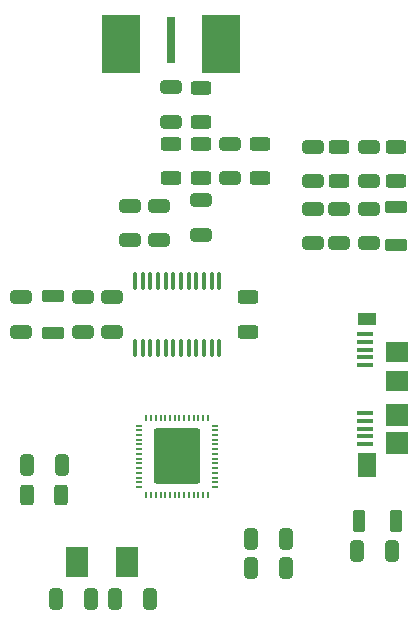
<source format=gbr>
%TF.GenerationSoftware,KiCad,Pcbnew,8.0.2*%
%TF.CreationDate,2024-05-26T23:16:47+07:00*%
%TF.ProjectId,FT600_RP2040,46543630-305f-4525-9032-3034302e6b69,rev?*%
%TF.SameCoordinates,PX7735940PY61c06a0*%
%TF.FileFunction,Paste,Top*%
%TF.FilePolarity,Positive*%
%FSLAX46Y46*%
G04 Gerber Fmt 4.6, Leading zero omitted, Abs format (unit mm)*
G04 Created by KiCad (PCBNEW 8.0.2) date 2024-05-26 23:16:47*
%MOMM*%
%LPD*%
G01*
G04 APERTURE LIST*
G04 Aperture macros list*
%AMRoundRect*
0 Rectangle with rounded corners*
0 $1 Rounding radius*
0 $2 $3 $4 $5 $6 $7 $8 $9 X,Y pos of 4 corners*
0 Add a 4 corners polygon primitive as box body*
4,1,4,$2,$3,$4,$5,$6,$7,$8,$9,$2,$3,0*
0 Add four circle primitives for the rounded corners*
1,1,$1+$1,$2,$3*
1,1,$1+$1,$4,$5*
1,1,$1+$1,$6,$7*
1,1,$1+$1,$8,$9*
0 Add four rect primitives between the rounded corners*
20,1,$1+$1,$2,$3,$4,$5,0*
20,1,$1+$1,$4,$5,$6,$7,0*
20,1,$1+$1,$6,$7,$8,$9,0*
20,1,$1+$1,$8,$9,$2,$3,0*%
G04 Aperture macros list end*
%ADD10RoundRect,0.250000X0.325000X0.650000X-0.325000X0.650000X-0.325000X-0.650000X0.325000X-0.650000X0*%
%ADD11R,1.350000X0.400000*%
%ADD12R,1.900000X1.900000*%
%ADD13R,1.900000X1.800000*%
%ADD14R,1.600000X1.000000*%
%ADD15R,1.600000X2.100000*%
%ADD16R,1.900000X2.600000*%
%ADD17RoundRect,0.250000X0.625000X-0.312500X0.625000X0.312500X-0.625000X0.312500X-0.625000X-0.312500X0*%
%ADD18RoundRect,0.250000X0.650000X-0.325000X0.650000X0.325000X-0.650000X0.325000X-0.650000X-0.325000X0*%
%ADD19R,0.700000X4.000000*%
%ADD20R,3.200000X4.900000*%
%ADD21RoundRect,0.250000X-0.275000X-0.700000X0.275000X-0.700000X0.275000X0.700000X-0.275000X0.700000X0*%
%ADD22RoundRect,0.250000X-0.325000X-0.650000X0.325000X-0.650000X0.325000X0.650000X-0.325000X0.650000X0*%
%ADD23RoundRect,0.100000X-0.100000X0.637500X-0.100000X-0.637500X0.100000X-0.637500X0.100000X0.637500X0*%
%ADD24RoundRect,0.250000X0.700000X-0.275000X0.700000X0.275000X-0.700000X0.275000X-0.700000X-0.275000X0*%
%ADD25RoundRect,0.250000X-0.625000X0.312500X-0.625000X-0.312500X0.625000X-0.312500X0.625000X0.312500X0*%
%ADD26RoundRect,0.250000X-0.650000X0.325000X-0.650000X-0.325000X0.650000X-0.325000X0.650000X0.325000X0*%
%ADD27RoundRect,0.093750X-0.156250X-0.031250X0.156250X-0.031250X0.156250X0.031250X-0.156250X0.031250X0*%
%ADD28RoundRect,0.093750X0.031250X-0.156250X0.031250X0.156250X-0.031250X0.156250X-0.031250X-0.156250X0*%
%ADD29RoundRect,0.093750X0.156250X0.031250X-0.156250X0.031250X-0.156250X-0.031250X0.156250X-0.031250X0*%
%ADD30RoundRect,0.093750X-0.031250X0.156250X-0.031250X-0.156250X0.031250X-0.156250X0.031250X0.156250X0*%
%ADD31RoundRect,0.195000X-1.755000X-2.155000X1.755000X-2.155000X1.755000X2.155000X-1.755000X2.155000X0*%
%ADD32RoundRect,0.250000X0.312500X0.625000X-0.312500X0.625000X-0.312500X-0.625000X0.312500X-0.625000X0*%
%ADD33RoundRect,0.250000X-0.700000X0.275000X-0.700000X-0.275000X0.700000X-0.275000X0.700000X0.275000X0*%
G04 APERTURE END LIST*
D10*
%TO.C,C5*%
X54975000Y15500000D03*
X52025000Y15500000D03*
%TD*%
D11*
%TO.C,J8*%
X80675000Y17285000D03*
X80675000Y17935000D03*
X80675000Y18585000D03*
X80675000Y19235000D03*
X80675000Y19885000D03*
X80675000Y23985000D03*
X80675000Y24635000D03*
X80675000Y25285000D03*
X80675000Y25935000D03*
X80675000Y26585000D03*
D12*
X83350000Y17385000D03*
X83350000Y19785000D03*
D13*
X83350000Y22585000D03*
X83350000Y25085000D03*
D14*
X80800000Y27835000D03*
D15*
X80800000Y15485000D03*
%TD*%
D10*
%TO.C,C13*%
X57450000Y4125000D03*
X54500000Y4125000D03*
%TD*%
D16*
%TO.C,Y1*%
X56250000Y7300000D03*
X60550000Y7300000D03*
%TD*%
D17*
%TO.C,R1*%
X66750000Y44537500D03*
X66750000Y47462500D03*
%TD*%
%TO.C,R4*%
X66750000Y39787500D03*
X66750000Y42712500D03*
%TD*%
D18*
%TO.C,C9*%
X59250000Y26775000D03*
X59250000Y29725000D03*
%TD*%
%TO.C,C12*%
X60750000Y34525000D03*
X60750000Y37475000D03*
%TD*%
D19*
%TO.C,J7*%
X64250000Y51500000D03*
D20*
X68500000Y51175000D03*
X60000000Y51175000D03*
%TD*%
D17*
%TO.C,R7*%
X70750000Y26787500D03*
X70750000Y29712500D03*
%TD*%
D21*
%TO.C,FB1*%
X80175000Y10750000D03*
X83325000Y10750000D03*
%TD*%
D18*
%TO.C,C10*%
X66750000Y35025000D03*
X66750000Y37975000D03*
%TD*%
D22*
%TO.C,C15*%
X59500000Y4125000D03*
X62450000Y4125000D03*
%TD*%
D18*
%TO.C,C11*%
X56750000Y26775000D03*
X56750000Y29725000D03*
%TD*%
D10*
%TO.C,C16*%
X73975000Y6750000D03*
X71025000Y6750000D03*
%TD*%
%TO.C,C18*%
X73975000Y9250000D03*
X71025000Y9250000D03*
%TD*%
D18*
%TO.C,C17*%
X63250000Y34525000D03*
X63250000Y37475000D03*
%TD*%
D23*
%TO.C,U4*%
X68325000Y31112500D03*
X67675000Y31112500D03*
X67025000Y31112500D03*
X66375000Y31112500D03*
X65725000Y31112500D03*
X65075000Y31112500D03*
X64425000Y31112500D03*
X63775000Y31112500D03*
X63125000Y31112500D03*
X62475000Y31112500D03*
X61825000Y31112500D03*
X61175000Y31112500D03*
X61175000Y25387500D03*
X61825000Y25387500D03*
X62475000Y25387500D03*
X63125000Y25387500D03*
X63775000Y25387500D03*
X64425000Y25387500D03*
X65075000Y25387500D03*
X65725000Y25387500D03*
X66375000Y25387500D03*
X67025000Y25387500D03*
X67675000Y25387500D03*
X68325000Y25387500D03*
%TD*%
D24*
%TO.C,FB3*%
X83250000Y34175000D03*
X83250000Y37325000D03*
%TD*%
D18*
%TO.C,C20*%
X81000000Y39525000D03*
X81000000Y42475000D03*
%TD*%
D25*
%TO.C,R8*%
X78500000Y42462500D03*
X78500000Y39537500D03*
%TD*%
D26*
%TO.C,C6*%
X78500000Y37225000D03*
X78500000Y34275000D03*
%TD*%
D27*
%TO.C,IC2*%
X61500000Y18850000D03*
X61500000Y18450000D03*
X61500000Y18050000D03*
X61500000Y17650000D03*
X61500000Y17250000D03*
X61500000Y16850000D03*
X61500000Y16450000D03*
X61500000Y16050000D03*
X61500000Y15650000D03*
X61500000Y15250000D03*
X61500000Y14850000D03*
X61500000Y14450000D03*
X61500000Y14050000D03*
X61500000Y13650000D03*
D28*
X62150000Y13000000D03*
X62550000Y13000000D03*
X62950000Y13000000D03*
X63350000Y13000000D03*
X63750000Y13000000D03*
X64150000Y13000000D03*
X64550000Y13000000D03*
X64950000Y13000000D03*
X65350000Y13000000D03*
X65750000Y13000000D03*
X66150000Y13000000D03*
X66550000Y13000000D03*
X66950000Y13000000D03*
X67350000Y13000000D03*
D29*
X68000000Y13650000D03*
X68000000Y14050000D03*
X68000000Y14450000D03*
X68000000Y14850000D03*
X68000000Y15250000D03*
X68000000Y15650000D03*
X68000000Y16050000D03*
X68000000Y16450000D03*
X68000000Y16850000D03*
X68000000Y17250000D03*
X68000000Y17650000D03*
X68000000Y18050000D03*
X68000000Y18450000D03*
X68000000Y18850000D03*
D30*
X67350000Y19500000D03*
X66950000Y19500000D03*
X66550000Y19500000D03*
X66150000Y19500000D03*
X65750000Y19500000D03*
X65350000Y19500000D03*
X64950000Y19500000D03*
X64550000Y19500000D03*
X64150000Y19500000D03*
X63750000Y19500000D03*
X63350000Y19500000D03*
X62950000Y19500000D03*
X62550000Y19500000D03*
X62150000Y19500000D03*
D31*
X64750000Y16250000D03*
%TD*%
D18*
%TO.C,C14*%
X51500000Y26775000D03*
X51500000Y29725000D03*
%TD*%
D25*
%TO.C,R9*%
X83250000Y42462500D03*
X83250000Y39537500D03*
%TD*%
D32*
%TO.C,R6*%
X54962500Y13000000D03*
X52037500Y13000000D03*
%TD*%
D25*
%TO.C,R2*%
X64250000Y42712500D03*
X64250000Y39787500D03*
%TD*%
D26*
%TO.C,C1*%
X64250000Y47475000D03*
X64250000Y44525000D03*
%TD*%
D22*
%TO.C,C21*%
X80025000Y8250000D03*
X82975000Y8250000D03*
%TD*%
D33*
%TO.C,FB2*%
X54250000Y29825000D03*
X54250000Y26675000D03*
%TD*%
D26*
%TO.C,C8*%
X76250000Y37225000D03*
X76250000Y34275000D03*
%TD*%
D25*
%TO.C,R3*%
X71750000Y42712500D03*
X71750000Y39787500D03*
%TD*%
D18*
%TO.C,C19*%
X76250000Y39525000D03*
X76250000Y42475000D03*
%TD*%
%TO.C,C2*%
X69250000Y39775000D03*
X69250000Y42725000D03*
%TD*%
D26*
%TO.C,C7*%
X81000000Y37225000D03*
X81000000Y34275000D03*
%TD*%
M02*

</source>
